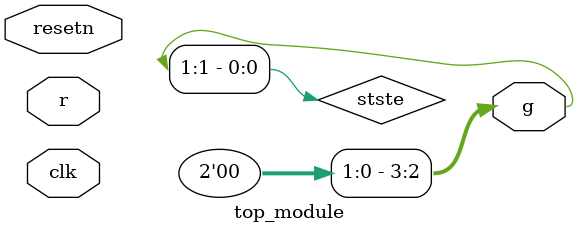
<source format=v>
module top_module (
    input clk,
    input resetn,    // active-low synchronous reset
    input [3:1] r,   // request
    output [3:1] g   // grant
); 
    parameter A=2'b00,B=2'b01,C=2'b10,D=2'b11;
    reg [1:0] state, next_state;
    
    always@(posedge clk)begin
        if(!resetn) state <= A;
        else state <=next_state;
    end
    always@(*)begin
        case(state)
            A:begin
                if(r[1]) next_state = B;
                else if(r[2]) next_state = C;
                else if (r[3]) next_state = D;
                else next_state = A;
            end
            B:begin
                if(r[1]) next_state = B;
                else next_state = A;
            end
            C:begin
                if(r[2]) next_state = C;
                else next_state = A;
            end
            D:begin
                if(r[3]) next_state = D;
                else next_state = A;
            end
        endcase
    end
    assign g[1] = stste==B;
    assign g[2] = stste==C;
    assign g[3] = stste==D;
    
endmodule

</source>
